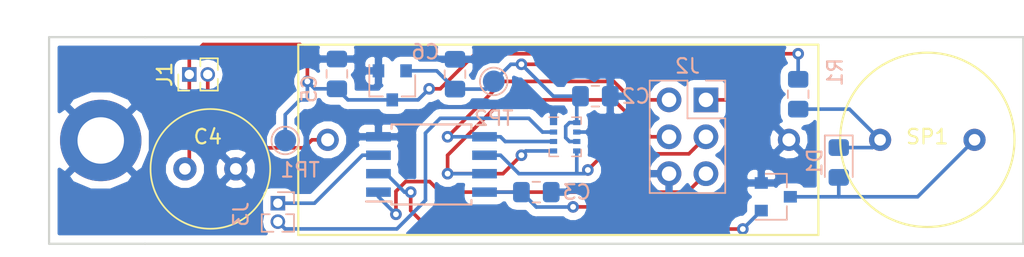
<source format=kicad_pcb>
(kicad_pcb (version 20171130) (host pcbnew "(5.0.2)-1")

  (general
    (thickness 1.6)
    (drawings 6)
    (tracks 129)
    (zones 0)
    (modules 19)
    (nets 14)
  )

  (page A4)
  (title_block
    (title Altimeter)
    (date 2019-06-11)
    (rev 0.1)
    (comment 1 "Juan Salazar")
  )

  (layers
    (0 F.Cu signal)
    (31 B.Cu signal)
    (32 B.Adhes user)
    (33 F.Adhes user)
    (34 B.Paste user hide)
    (35 F.Paste user)
    (36 B.SilkS user)
    (37 F.SilkS user)
    (38 B.Mask user)
    (39 F.Mask user)
    (40 Dwgs.User user)
    (41 Cmts.User user)
    (42 Eco1.User user)
    (43 Eco2.User user)
    (44 Edge.Cuts user)
    (45 Margin user)
    (46 B.CrtYd user)
    (47 F.CrtYd user)
    (48 B.Fab user)
    (49 F.Fab user)
  )

  (setup
    (last_trace_width 0.25)
    (trace_clearance 0.2)
    (zone_clearance 0.508)
    (zone_45_only no)
    (trace_min 0.127)
    (segment_width 0.2)
    (edge_width 0.15)
    (via_size 0.8)
    (via_drill 0.4)
    (via_min_size 0.4)
    (via_min_drill 0.3)
    (uvia_size 0.3)
    (uvia_drill 0.1)
    (uvias_allowed no)
    (uvia_min_size 0.2)
    (uvia_min_drill 0.1)
    (pcb_text_width 0.3)
    (pcb_text_size 1.5 1.5)
    (mod_edge_width 0.15)
    (mod_text_size 1 1)
    (mod_text_width 0.15)
    (pad_size 5.6 5.6)
    (pad_drill 3.2)
    (pad_to_mask_clearance 0.051)
    (solder_mask_min_width 0.25)
    (aux_axis_origin 0 0)
    (visible_elements 7FFFFFFF)
    (pcbplotparams
      (layerselection 0x010fc_ffffffff)
      (usegerberextensions false)
      (usegerberattributes false)
      (usegerberadvancedattributes false)
      (creategerberjobfile false)
      (excludeedgelayer true)
      (linewidth 0.100000)
      (plotframeref false)
      (viasonmask false)
      (mode 1)
      (useauxorigin false)
      (hpglpennumber 1)
      (hpglpenspeed 20)
      (hpglpendiameter 15.000000)
      (psnegative false)
      (psa4output false)
      (plotreference true)
      (plotvalue true)
      (plotinvisibletext false)
      (padsonsilk false)
      (subtractmaskfromsilk false)
      (outputformat 1)
      (mirror false)
      (drillshape 0)
      (scaleselection 1)
      (outputdirectory "October_12_Outputs/"))
  )

  (net 0 "")
  (net 1 +3V3)
  (net 2 GND)
  (net 3 +12V)
  (net 4 "Net-(J1-Pad2)")
  (net 5 MOSI)
  (net 6 MISO)
  (net 7 SCLK)
  (net 8 VGS)
  (net 9 "Net-(D1-Pad2)")
  (net 10 "Net-(D1-Pad1)")
  (net 11 RESET)
  (net 12 "Net-(J3-Pad1)")
  (net 13 "Net-(J3-Pad2)")

  (net_class Default "This is the default net class."
    (clearance 0.2)
    (trace_width 0.25)
    (via_dia 0.8)
    (via_drill 0.4)
    (uvia_dia 0.3)
    (uvia_drill 0.1)
    (add_net +12V)
    (add_net +3V3)
    (add_net GND)
    (add_net MISO)
    (add_net MOSI)
    (add_net "Net-(D1-Pad1)")
    (add_net "Net-(D1-Pad2)")
    (add_net "Net-(J1-Pad2)")
    (add_net "Net-(J3-Pad1)")
    (add_net "Net-(J3-Pad2)")
    (add_net RESET)
    (add_net SCLK)
    (add_net VGS)
  )

  (module Connector_PinHeader_1.27mm:PinHeader_1x02_P1.27mm_Vertical (layer B.Cu) (tedit 5D45DB7B) (tstamp 5D4808D8)
    (at 120.396 102.362 180)
    (descr "Through hole straight pin header, 1x02, 1.27mm pitch, single row")
    (tags "Through hole pin header THT 1x02 1.27mm single row")
    (path /5D45E1A8)
    (fp_text reference J3 (at 2.54 -0.762 270) (layer B.SilkS)
      (effects (font (size 1 1) (thickness 0.15)) (justify mirror))
    )
    (fp_text value "CS Switch" (at 0 -2.965 180) (layer B.Fab) hide
      (effects (font (size 1 1) (thickness 0.15)) (justify mirror))
    )
    (fp_text user %R (at -2.032 -0.762 90) (layer B.Fab)
      (effects (font (size 1 1) (thickness 0.15)) (justify mirror))
    )
    (fp_line (start 1.55 1.15) (end -1.55 1.15) (layer B.CrtYd) (width 0.05))
    (fp_line (start 1.55 -2.45) (end 1.55 1.15) (layer B.CrtYd) (width 0.05))
    (fp_line (start -1.55 -2.45) (end 1.55 -2.45) (layer B.CrtYd) (width 0.05))
    (fp_line (start -1.55 1.15) (end -1.55 -2.45) (layer B.CrtYd) (width 0.05))
    (fp_line (start -1.11 0.76) (end 0 0.76) (layer B.SilkS) (width 0.12))
    (fp_line (start -1.11 0) (end -1.11 0.76) (layer B.SilkS) (width 0.12))
    (fp_line (start 0.563471 -0.76) (end 1.11 -0.76) (layer B.SilkS) (width 0.12))
    (fp_line (start -1.11 -0.76) (end -0.563471 -0.76) (layer B.SilkS) (width 0.12))
    (fp_line (start 1.11 -0.76) (end 1.11 -1.965) (layer B.SilkS) (width 0.12))
    (fp_line (start -1.11 -0.76) (end -1.11 -1.965) (layer B.SilkS) (width 0.12))
    (fp_line (start 0.30753 -1.965) (end 1.11 -1.965) (layer B.SilkS) (width 0.12))
    (fp_line (start -1.11 -1.965) (end -0.30753 -1.965) (layer B.SilkS) (width 0.12))
    (fp_line (start -1.05 0.11) (end -0.525 0.635) (layer B.Fab) (width 0.1))
    (fp_line (start -1.05 -1.905) (end -1.05 0.11) (layer B.Fab) (width 0.1))
    (fp_line (start 1.05 -1.905) (end -1.05 -1.905) (layer B.Fab) (width 0.1))
    (fp_line (start 1.05 0.635) (end 1.05 -1.905) (layer B.Fab) (width 0.1))
    (fp_line (start -0.525 0.635) (end 1.05 0.635) (layer B.Fab) (width 0.1))
    (pad 2 thru_hole oval (at 0 -1.27 180) (size 1 1) (drill 0.65) (layers *.Cu *.Mask)
      (net 13 "Net-(J3-Pad2)"))
    (pad 1 thru_hole rect (at 0 0 180) (size 1 1) (drill 0.65) (layers *.Cu *.Mask)
      (net 12 "Net-(J3-Pad1)"))
    (model ${KISYS3DMOD}/Connector_PinHeader_1.27mm.3dshapes/PinHeader_1x02_P1.27mm_Vertical.wrl
      (at (xyz 0 0 0))
      (scale (xyz 1 1 1))
      (rotate (xyz 0 0 0))
    )
  )

  (module "TARC Altimeter:A23_Socket" (layer F.Cu) (tedit 5CFF01F7) (tstamp 5CFDFF94)
    (at 139.7 98)
    (path /5CB93965)
    (fp_text reference U1 (at 0 -5.08) (layer F.SilkS) hide
      (effects (font (size 1 1) (thickness 0.15)))
    )
    (fp_text value A23_Socket (at 0 -6.85) (layer F.Fab)
      (effects (font (size 1 1) (thickness 0.15)))
    )
    (fp_line (start -17.9 -6.55) (end 17.9 -6.55) (layer F.SilkS) (width 0.15))
    (fp_line (start -17.9 6.55) (end -17.9 -6.55) (layer F.SilkS) (width 0.15))
    (fp_line (start 17.9 6.55) (end -17.9 6.55) (layer F.SilkS) (width 0.15))
    (fp_line (start 17.9 -6.55) (end 17.9 6.55) (layer F.SilkS) (width 0.15))
    (pad 2 thru_hole circle (at 15.875 0) (size 1.524 1.524) (drill 0.9) (layers *.Cu *.Mask)
      (net 2 GND))
    (pad 1 thru_hole circle (at -15.875 0) (size 1.524 1.524) (drill 0.9) (layers *.Cu *.Mask)
      (net 4 "Net-(J1-Pad2)"))
  )

  (module Capacitor_SMD:C_0805_2012Metric_Pad1.15x1.40mm_HandSolder (layer B.Cu) (tedit 5CFDD1F6) (tstamp 5D0078F6)
    (at 138.185 101.6)
    (descr "Capacitor SMD 0805 (2012 Metric), square (rectangular) end terminal, IPC_7351 nominal with elongated pad for handsoldering. (Body size source: https://docs.google.com/spreadsheets/d/1BsfQQcO9C6DZCsRaXUlFlo91Tg2WpOkGARC1WS5S8t0/edit?usp=sharing), generated with kicad-footprint-generator")
    (tags "capacitor handsolder")
    (path /5CB5D97F)
    (attr smd)
    (fp_text reference C3 (at 2.785 0) (layer B.SilkS)
      (effects (font (size 1 1) (thickness 0.15)) (justify mirror))
    )
    (fp_text value 2.2uF (at 2.785 0 90) (layer B.Fab) hide
      (effects (font (size 1 1) (thickness 0.15)) (justify mirror))
    )
    (fp_line (start -1 -0.6) (end -1 0.6) (layer B.Fab) (width 0.1))
    (fp_line (start -1 0.6) (end 1 0.6) (layer B.Fab) (width 0.1))
    (fp_line (start 1 0.6) (end 1 -0.6) (layer B.Fab) (width 0.1))
    (fp_line (start 1 -0.6) (end -1 -0.6) (layer B.Fab) (width 0.1))
    (fp_line (start -0.261252 0.71) (end 0.261252 0.71) (layer B.SilkS) (width 0.12))
    (fp_line (start -0.261252 -0.71) (end 0.261252 -0.71) (layer B.SilkS) (width 0.12))
    (fp_line (start -1.85 -0.95) (end -1.85 0.95) (layer B.CrtYd) (width 0.05))
    (fp_line (start -1.85 0.95) (end 1.85 0.95) (layer B.CrtYd) (width 0.05))
    (fp_line (start 1.85 0.95) (end 1.85 -0.95) (layer B.CrtYd) (width 0.05))
    (fp_line (start 1.85 -0.95) (end -1.85 -0.95) (layer B.CrtYd) (width 0.05))
    (fp_text user %R (at 0 0) (layer B.Fab)
      (effects (font (size 0.5 0.5) (thickness 0.08)) (justify mirror))
    )
    (pad 1 smd roundrect (at -1.025 0) (size 1.15 1.4) (layers B.Cu B.Paste B.Mask) (roundrect_rratio 0.217391)
      (net 1 +3V3))
    (pad 2 smd roundrect (at 1.025 0) (size 1.15 1.4) (layers B.Cu B.Paste B.Mask) (roundrect_rratio 0.217391)
      (net 2 GND))
    (model ${KISYS3DMOD}/Capacitor_SMD.3dshapes/C_0805_2012Metric.wrl
      (at (xyz 0 0 0))
      (scale (xyz 1 1 1))
      (rotate (xyz 0 0 0))
    )
  )

  (module Package_SO:SOIJ-8_5.3x5.3mm_P1.27mm (layer B.Cu) (tedit 5D007B43) (tstamp 5D007A9E)
    (at 130.97 99.695)
    (descr "8-Lead Plastic Small Outline (SM) - Medium, 5.28 mm Body [SOIC] (see Microchip Packaging Specification 00000049BS.pdf)")
    (tags "SOIC 1.27")
    (path /5CB994CC)
    (attr smd)
    (fp_text reference U2 (at 0 3.68) (layer B.SilkS) hide
      (effects (font (size 1 1) (thickness 0.15)) (justify mirror))
    )
    (fp_text value ATtiny85-20SU (at 0 -3.68) (layer B.Fab) hide
      (effects (font (size 1 1) (thickness 0.15)) (justify mirror))
    )
    (fp_text user %R (at 0 0) (layer B.Fab)
      (effects (font (size 1 1) (thickness 0.15)) (justify mirror))
    )
    (fp_line (start -1.65 2.65) (end 2.65 2.65) (layer B.Fab) (width 0.15))
    (fp_line (start 2.65 2.65) (end 2.65 -2.65) (layer B.Fab) (width 0.15))
    (fp_line (start 2.65 -2.65) (end -2.65 -2.65) (layer B.Fab) (width 0.15))
    (fp_line (start -2.65 -2.65) (end -2.65 1.65) (layer B.Fab) (width 0.15))
    (fp_line (start -2.65 1.65) (end -1.65 2.65) (layer B.Fab) (width 0.15))
    (fp_line (start -4.75 2.95) (end -4.75 -2.95) (layer B.CrtYd) (width 0.05))
    (fp_line (start 4.75 2.95) (end 4.75 -2.95) (layer B.CrtYd) (width 0.05))
    (fp_line (start -4.75 2.95) (end 4.75 2.95) (layer B.CrtYd) (width 0.05))
    (fp_line (start -4.75 -2.95) (end 4.75 -2.95) (layer B.CrtYd) (width 0.05))
    (fp_line (start -2.75 2.755) (end -2.75 2.55) (layer B.SilkS) (width 0.15))
    (fp_line (start 2.75 2.755) (end 2.75 2.455) (layer B.SilkS) (width 0.15))
    (fp_line (start 2.75 -2.755) (end 2.75 -2.455) (layer B.SilkS) (width 0.15))
    (fp_line (start -2.75 -2.755) (end -2.75 -2.455) (layer B.SilkS) (width 0.15))
    (fp_line (start -2.75 2.755) (end 2.75 2.755) (layer B.SilkS) (width 0.15))
    (fp_line (start -2.75 -2.755) (end 2.75 -2.755) (layer B.SilkS) (width 0.15))
    (fp_line (start -2.75 2.55) (end -4.5 2.55) (layer B.SilkS) (width 0.15))
    (pad 1 smd rect (at -3.65 1.905) (size 1.7 0.65) (layers B.Cu B.Paste B.Mask)
      (net 11 RESET))
    (pad 2 smd rect (at -3.65 0.635) (size 1.7 0.65) (layers B.Cu B.Paste B.Mask)
      (net 8 VGS))
    (pad 3 smd rect (at -3.65 -0.635) (size 1.7 0.65) (layers B.Cu B.Paste B.Mask)
      (net 12 "Net-(J3-Pad1)"))
    (pad 4 smd rect (at -3.65 -1.905) (size 1.7 0.65) (layers B.Cu B.Paste B.Mask)
      (net 2 GND))
    (pad 5 smd rect (at 3.65 -1.905) (size 1.7 0.65) (layers B.Cu B.Paste B.Mask)
      (net 5 MOSI))
    (pad 6 smd rect (at 3.65 -0.635) (size 1.7 0.65) (layers B.Cu B.Paste B.Mask)
      (net 6 MISO))
    (pad 7 smd rect (at 3.65 0.635) (size 1.7 0.65) (layers B.Cu B.Paste B.Mask)
      (net 7 SCLK))
    (pad 8 smd rect (at 3.65 1.905) (size 1.7 0.65) (layers B.Cu B.Paste B.Mask)
      (net 1 +3V3))
    (model ${KISYS3DMOD}/Package_SO.3dshapes/SOIJ-8_5.3x5.3mm_P1.27mm.wrl
      (at (xyz 0 0 0))
      (scale (xyz 1 1 1))
      (rotate (xyz 0 0 0))
    )
  )

  (module Capacitor_THT:C_Radial_D8.0mm_H7.0mm_P3.50mm (layer F.Cu) (tedit 5BC5C9B9) (tstamp 5CF8EF5C)
    (at 114 100)
    (descr "C, Radial series, Radial, pin pitch=3.50mm, diameter=8mm, height=7mm, Non-Polar Electrolytic Capacitor")
    (tags "C Radial series Radial pin pitch 3.50mm diameter 8mm height 7mm Non-Polar Electrolytic Capacitor")
    (path /5C96EF4A)
    (fp_text reference C4 (at 1.57 -2.21) (layer F.SilkS)
      (effects (font (size 1 1) (thickness 0.15)))
    )
    (fp_text value "470 uF" (at 1.75 5.25) (layer F.Fab)
      (effects (font (size 1 1) (thickness 0.15)))
    )
    (fp_text user %R (at 1.75 0) (layer F.Fab)
      (effects (font (size 1 1) (thickness 0.15)))
    )
    (fp_circle (center 1.75 0) (end 6 0) (layer F.CrtYd) (width 0.05))
    (fp_circle (center 1.75 0) (end 5.87 0) (layer F.SilkS) (width 0.12))
    (fp_circle (center 1.75 0) (end 5.75 0) (layer F.Fab) (width 0.1))
    (pad 2 thru_hole circle (at 3.5 0) (size 1.6 1.6) (drill 0.8) (layers *.Cu *.Mask)
      (net 2 GND))
    (pad 1 thru_hole circle (at 0 0) (size 1.6 1.6) (drill 0.8) (layers *.Cu *.Mask)
      (net 3 +12V))
    (model ${KISYS3DMOD}/Capacitor_THT.3dshapes/C_Radial_D8.0mm_H7.0mm_P3.50mm.wrl
      (at (xyz 0 0 0))
      (scale (xyz 1 1 1))
      (rotate (xyz 0 0 0))
    )
  )

  (module Capacitor_SMD:C_0805_2012Metric_Pad1.15x1.40mm_HandSolder (layer B.Cu) (tedit 5B36C52B) (tstamp 5D586F52)
    (at 142.249 94.996)
    (descr "Capacitor SMD 0805 (2012 Metric), square (rectangular) end terminal, IPC_7351 nominal with elongated pad for handsoldering. (Body size source: https://docs.google.com/spreadsheets/d/1BsfQQcO9C6DZCsRaXUlFlo91Tg2WpOkGARC1WS5S8t0/edit?usp=sharing), generated with kicad-footprint-generator")
    (tags "capacitor handsolder")
    (path /5CEB37F0)
    (attr smd)
    (fp_text reference C2 (at 2.785 0) (layer B.SilkS)
      (effects (font (size 1 1) (thickness 0.15)) (justify mirror))
    )
    (fp_text value 2.2uF (at 0 -1.65) (layer B.Fab)
      (effects (font (size 1 1) (thickness 0.15)) (justify mirror))
    )
    (fp_line (start -1 -0.6) (end -1 0.6) (layer B.Fab) (width 0.1))
    (fp_line (start -1 0.6) (end 1 0.6) (layer B.Fab) (width 0.1))
    (fp_line (start 1 0.6) (end 1 -0.6) (layer B.Fab) (width 0.1))
    (fp_line (start 1 -0.6) (end -1 -0.6) (layer B.Fab) (width 0.1))
    (fp_line (start -0.261252 0.71) (end 0.261252 0.71) (layer B.SilkS) (width 0.12))
    (fp_line (start -0.261252 -0.71) (end 0.261252 -0.71) (layer B.SilkS) (width 0.12))
    (fp_line (start -1.85 -0.95) (end -1.85 0.95) (layer B.CrtYd) (width 0.05))
    (fp_line (start -1.85 0.95) (end 1.85 0.95) (layer B.CrtYd) (width 0.05))
    (fp_line (start 1.85 0.95) (end 1.85 -0.95) (layer B.CrtYd) (width 0.05))
    (fp_line (start 1.85 -0.95) (end -1.85 -0.95) (layer B.CrtYd) (width 0.05))
    (fp_text user %R (at 0 0) (layer B.Fab)
      (effects (font (size 0.5 0.5) (thickness 0.08)) (justify mirror))
    )
    (pad 1 smd roundrect (at -1.025 0) (size 1.15 1.4) (layers B.Cu B.Paste B.Mask) (roundrect_rratio 0.217391)
      (net 1 +3V3))
    (pad 2 smd roundrect (at 1.025 0) (size 1.15 1.4) (layers B.Cu B.Paste B.Mask) (roundrect_rratio 0.217391)
      (net 2 GND))
    (model ${KISYS3DMOD}/Capacitor_SMD.3dshapes/C_0805_2012Metric.wrl
      (at (xyz 0 0 0))
      (scale (xyz 1 1 1))
      (rotate (xyz 0 0 0))
    )
  )

  (module Capacitor_SMD:C_0805_2012Metric_Pad1.15x1.40mm_HandSolder (layer B.Cu) (tedit 5CFDD1F0) (tstamp 5D58736B)
    (at 124.46 93.463 90)
    (descr "Capacitor SMD 0805 (2012 Metric), square (rectangular) end terminal, IPC_7351 nominal with elongated pad for handsoldering. (Body size source: https://docs.google.com/spreadsheets/d/1BsfQQcO9C6DZCsRaXUlFlo91Tg2WpOkGARC1WS5S8t0/edit?usp=sharing), generated with kicad-footprint-generator")
    (tags "capacitor handsolder")
    (path /5CF2DBF3)
    (attr smd)
    (fp_text reference C5 (at -1.025 -1.905 90) (layer B.SilkS)
      (effects (font (size 1 1) (thickness 0.15)) (justify mirror))
    )
    (fp_text value 1uF (at 2.54 0 180) (layer B.Fab) hide
      (effects (font (size 1 1) (thickness 0.15)) (justify mirror))
    )
    (fp_line (start -1 -0.6) (end -1 0.6) (layer B.Fab) (width 0.1))
    (fp_line (start -1 0.6) (end 1 0.6) (layer B.Fab) (width 0.1))
    (fp_line (start 1 0.6) (end 1 -0.6) (layer B.Fab) (width 0.1))
    (fp_line (start 1 -0.6) (end -1 -0.6) (layer B.Fab) (width 0.1))
    (fp_line (start -0.261252 0.71) (end 0.261252 0.71) (layer B.SilkS) (width 0.12))
    (fp_line (start -0.261252 -0.71) (end 0.261252 -0.71) (layer B.SilkS) (width 0.12))
    (fp_line (start -1.85 -0.95) (end -1.85 0.95) (layer B.CrtYd) (width 0.05))
    (fp_line (start -1.85 0.95) (end 1.85 0.95) (layer B.CrtYd) (width 0.05))
    (fp_line (start 1.85 0.95) (end 1.85 -0.95) (layer B.CrtYd) (width 0.05))
    (fp_line (start 1.85 -0.95) (end -1.85 -0.95) (layer B.CrtYd) (width 0.05))
    (fp_text user %R (at 0 0 90) (layer B.Fab)
      (effects (font (size 0.5 0.5) (thickness 0.08)) (justify mirror))
    )
    (pad 1 smd roundrect (at -1.025 0 90) (size 1.15 1.4) (layers B.Cu B.Paste B.Mask) (roundrect_rratio 0.217391)
      (net 3 +12V))
    (pad 2 smd roundrect (at 1.025 0 90) (size 1.15 1.4) (layers B.Cu B.Paste B.Mask) (roundrect_rratio 0.217391)
      (net 2 GND))
    (model ${KISYS3DMOD}/Capacitor_SMD.3dshapes/C_0805_2012Metric.wrl
      (at (xyz 0 0 0))
      (scale (xyz 1 1 1))
      (rotate (xyz 0 0 0))
    )
  )

  (module Capacitor_SMD:C_0805_2012Metric_Pad1.15x1.40mm_HandSolder (layer B.Cu) (tedit 5B36C52B) (tstamp 5D58712D)
    (at 132.588 93.481 90)
    (descr "Capacitor SMD 0805 (2012 Metric), square (rectangular) end terminal, IPC_7351 nominal with elongated pad for handsoldering. (Body size source: https://docs.google.com/spreadsheets/d/1BsfQQcO9C6DZCsRaXUlFlo91Tg2WpOkGARC1WS5S8t0/edit?usp=sharing), generated with kicad-footprint-generator")
    (tags "capacitor handsolder")
    (path /5CB97227)
    (attr smd)
    (fp_text reference C6 (at 1.533 -2.032 180) (layer B.SilkS)
      (effects (font (size 1 1) (thickness 0.15)) (justify mirror))
    )
    (fp_text value "2.2 uF" (at 0 -1.65 90) (layer B.Fab)
      (effects (font (size 1 1) (thickness 0.15)) (justify mirror))
    )
    (fp_text user %R (at 0 0 90) (layer B.Fab)
      (effects (font (size 0.5 0.5) (thickness 0.08)) (justify mirror))
    )
    (fp_line (start 1.85 -0.95) (end -1.85 -0.95) (layer B.CrtYd) (width 0.05))
    (fp_line (start 1.85 0.95) (end 1.85 -0.95) (layer B.CrtYd) (width 0.05))
    (fp_line (start -1.85 0.95) (end 1.85 0.95) (layer B.CrtYd) (width 0.05))
    (fp_line (start -1.85 -0.95) (end -1.85 0.95) (layer B.CrtYd) (width 0.05))
    (fp_line (start -0.261252 -0.71) (end 0.261252 -0.71) (layer B.SilkS) (width 0.12))
    (fp_line (start -0.261252 0.71) (end 0.261252 0.71) (layer B.SilkS) (width 0.12))
    (fp_line (start 1 -0.6) (end -1 -0.6) (layer B.Fab) (width 0.1))
    (fp_line (start 1 0.6) (end 1 -0.6) (layer B.Fab) (width 0.1))
    (fp_line (start -1 0.6) (end 1 0.6) (layer B.Fab) (width 0.1))
    (fp_line (start -1 -0.6) (end -1 0.6) (layer B.Fab) (width 0.1))
    (pad 2 smd roundrect (at 1.025 0 90) (size 1.15 1.4) (layers B.Cu B.Paste B.Mask) (roundrect_rratio 0.217391)
      (net 2 GND))
    (pad 1 smd roundrect (at -1.025 0 90) (size 1.15 1.4) (layers B.Cu B.Paste B.Mask) (roundrect_rratio 0.217391)
      (net 1 +3V3))
    (model ${KISYS3DMOD}/Capacitor_SMD.3dshapes/C_0805_2012Metric.wrl
      (at (xyz 0 0 0))
      (scale (xyz 1 1 1))
      (rotate (xyz 0 0 0))
    )
  )

  (module Package_TO_SOT_SMD:SOT-23 (layer B.Cu) (tedit 5CFF041F) (tstamp 5D0076C4)
    (at 154.67 101.92)
    (descr "SOT-23, Standard")
    (tags SOT-23)
    (path /5CB81903)
    (attr smd)
    (fp_text reference Q1 (at 0 2.5) (layer B.SilkS) hide
      (effects (font (size 1 1) (thickness 0.15)) (justify mirror))
    )
    (fp_text value Q_NMOS_GSD (at 0 -2.5) (layer B.Fab) hide
      (effects (font (size 1 1) (thickness 0.15)) (justify mirror))
    )
    (fp_text user %R (at 0 0 -90) (layer B.Fab)
      (effects (font (size 0.5 0.5) (thickness 0.075)) (justify mirror))
    )
    (fp_line (start -0.7 0.95) (end -0.7 -1.5) (layer B.Fab) (width 0.1))
    (fp_line (start -0.15 1.52) (end 0.7 1.52) (layer B.Fab) (width 0.1))
    (fp_line (start -0.7 0.95) (end -0.15 1.52) (layer B.Fab) (width 0.1))
    (fp_line (start 0.7 1.52) (end 0.7 -1.52) (layer B.Fab) (width 0.1))
    (fp_line (start -0.7 -1.52) (end 0.7 -1.52) (layer B.Fab) (width 0.1))
    (fp_line (start 0.76 -1.58) (end 0.76 -0.65) (layer B.SilkS) (width 0.12))
    (fp_line (start 0.76 1.58) (end 0.76 0.65) (layer B.SilkS) (width 0.12))
    (fp_line (start -1.7 1.75) (end 1.7 1.75) (layer B.CrtYd) (width 0.05))
    (fp_line (start 1.7 1.75) (end 1.7 -1.75) (layer B.CrtYd) (width 0.05))
    (fp_line (start 1.7 -1.75) (end -1.7 -1.75) (layer B.CrtYd) (width 0.05))
    (fp_line (start -1.7 -1.75) (end -1.7 1.75) (layer B.CrtYd) (width 0.05))
    (fp_line (start 0.76 1.58) (end -1.4 1.58) (layer B.SilkS) (width 0.12))
    (fp_line (start 0.76 -1.58) (end -0.7 -1.58) (layer B.SilkS) (width 0.12))
    (pad 1 smd rect (at -1 0.95) (size 0.9 0.8) (layers B.Cu B.Paste B.Mask)
      (net 8 VGS))
    (pad 2 smd rect (at -1 -0.95) (size 0.9 0.8) (layers B.Cu B.Paste B.Mask)
      (net 2 GND))
    (pad 3 smd rect (at 1 0) (size 0.9 0.8) (layers B.Cu B.Paste B.Mask)
      (net 9 "Net-(D1-Pad2)"))
    (model ${KISYS3DMOD}/Package_TO_SOT_SMD.3dshapes/SOT-23.wrl
      (at (xyz 0 0 0))
      (scale (xyz 1 1 1))
      (rotate (xyz 0 0 0))
    )
  )

  (module Resistor_SMD:R_0805_2012Metric_Pad1.15x1.40mm_HandSolder (layer B.Cu) (tedit 5D065031) (tstamp 5D588A3D)
    (at 156.21 94.86 270)
    (descr "Resistor SMD 0805 (2012 Metric), square (rectangular) end terminal, IPC_7351 nominal with elongated pad for handsoldering. (Body size source: https://docs.google.com/spreadsheets/d/1BsfQQcO9C6DZCsRaXUlFlo91Tg2WpOkGARC1WS5S8t0/edit?usp=sharing), generated with kicad-footprint-generator")
    (tags "resistor handsolder")
    (path /5CB14465)
    (attr smd)
    (fp_text reference R1 (at -1.515 -2.54 270) (layer B.SilkS)
      (effects (font (size 1 1) (thickness 0.15)) (justify mirror))
    )
    (fp_text value "140 ohm" (at 0 -1.65 270) (layer B.Fab) hide
      (effects (font (size 1 1) (thickness 0.15)) (justify mirror))
    )
    (fp_line (start -1 -0.6) (end -1 0.6) (layer B.Fab) (width 0.1))
    (fp_line (start -1 0.6) (end 1 0.6) (layer B.Fab) (width 0.1))
    (fp_line (start 1 0.6) (end 1 -0.6) (layer B.Fab) (width 0.1))
    (fp_line (start 1 -0.6) (end -1 -0.6) (layer B.Fab) (width 0.1))
    (fp_line (start -0.261252 0.71) (end 0.261252 0.71) (layer B.SilkS) (width 0.12))
    (fp_line (start -0.261252 -0.71) (end 0.261252 -0.71) (layer B.SilkS) (width 0.12))
    (fp_line (start -1.85 -0.95) (end -1.85 0.95) (layer B.CrtYd) (width 0.05))
    (fp_line (start -1.85 0.95) (end 1.85 0.95) (layer B.CrtYd) (width 0.05))
    (fp_line (start 1.85 0.95) (end 1.85 -0.95) (layer B.CrtYd) (width 0.05))
    (fp_line (start 1.85 -0.95) (end -1.85 -0.95) (layer B.CrtYd) (width 0.05))
    (fp_text user %R (at 0 0 270) (layer B.Fab)
      (effects (font (size 0.5 0.5) (thickness 0.08)) (justify mirror))
    )
    (pad 1 smd roundrect (at -1.025 0 270) (size 1.15 1.4) (layers B.Cu B.Paste B.Mask) (roundrect_rratio 0.217391)
      (net 3 +12V))
    (pad 2 smd roundrect (at 1.025 0 270) (size 1.15 1.4) (layers B.Cu B.Paste B.Mask) (roundrect_rratio 0.217391)
      (net 10 "Net-(D1-Pad1)"))
    (model ${KISYS3DMOD}/Resistor_SMD.3dshapes/R_0805_2012Metric.wrl
      (at (xyz 0 0 0))
      (scale (xyz 1 1 1))
      (rotate (xyz 0 0 0))
    )
  )

  (module "TARC Altimeter:WT-1205" (layer F.Cu) (tedit 5CF31898) (tstamp 5CF8EFF4)
    (at 165.1 98)
    (path /5CB29159)
    (fp_text reference SP1 (at 0 -0.21) (layer F.SilkS)
      (effects (font (size 1 1) (thickness 0.15)))
    )
    (fp_text value MagSpeaker (at 0 -7.83) (layer B.Fab)
      (effects (font (size 1 1) (thickness 0.15)) (justify mirror))
    )
    (fp_circle (center 0 0) (end 6 0) (layer F.SilkS) (width 0.15))
    (pad 1 thru_hole circle (at -3.25 0) (size 1.524 1.524) (drill 0.8) (layers *.Cu *.Mask)
      (net 10 "Net-(D1-Pad1)"))
    (pad 2 thru_hole circle (at 3.25 0) (size 1.524 1.524) (drill 0.8) (layers *.Cu *.Mask)
      (net 9 "Net-(D1-Pad2)"))
  )

  (module TestPoint:TestPoint_Pad_D1.5mm (layer B.Cu) (tedit 5CFDD1E2) (tstamp 5D480D9A)
    (at 120.904 98.044)
    (descr "SMD pad as test Point, diameter 1.5mm")
    (tags "test point SMD pad")
    (path /5CF4E580)
    (attr virtual)
    (fp_text reference TP1 (at 1.016 2.032) (layer B.SilkS)
      (effects (font (size 1 1) (thickness 0.15)) (justify mirror))
    )
    (fp_text value TestPoint (at 0 -1.75) (layer B.Fab) hide
      (effects (font (size 1 1) (thickness 0.15)) (justify mirror))
    )
    (fp_text user %R (at 0 1.65) (layer B.Fab)
      (effects (font (size 1 1) (thickness 0.15)) (justify mirror))
    )
    (fp_circle (center 0 0) (end 1.25 0) (layer B.CrtYd) (width 0.05))
    (fp_circle (center 0 0) (end 0 -0.95) (layer B.SilkS) (width 0.12))
    (pad 1 smd circle (at 0 0) (size 1.5 1.5) (layers B.Cu B.Mask)
      (net 3 +12V))
  )

  (module TestPoint:TestPoint_Pad_D1.5mm (layer B.Cu) (tedit 5CFC8B16) (tstamp 5CFDE69B)
    (at 135.255 93.98)
    (descr "SMD pad as test Point, diameter 1.5mm")
    (tags "test point SMD pad")
    (path /5CB5D1F0)
    (attr virtual)
    (fp_text reference TP2 (at 0 2.54) (layer B.SilkS)
      (effects (font (size 1 1) (thickness 0.15)) (justify mirror))
    )
    (fp_text value TestPoint (at 0 -1.75) (layer B.Fab) hide
      (effects (font (size 1 1) (thickness 0.15)) (justify mirror))
    )
    (fp_text user %R (at 2.54 0) (layer B.Fab)
      (effects (font (size 1 1) (thickness 0.15)) (justify mirror))
    )
    (fp_circle (center 0 0) (end 1.25 0) (layer B.CrtYd) (width 0.05))
    (fp_circle (center 0 0) (end 0 -0.95) (layer B.SilkS) (width 0.12))
    (pad 1 smd circle (at 0 0) (size 1.5 1.5) (layers B.Cu B.Mask)
      (net 1 +3V3))
  )

  (module Package_TO_SOT_SMD:SOT-23 (layer B.Cu) (tedit 5CFDD29A) (tstamp 5D00865D)
    (at 128.27 94.25 270)
    (descr "SOT-23, Standard")
    (tags SOT-23)
    (path /5CB5BA2E)
    (attr smd)
    (fp_text reference U3 (at -2.81 0.32 270) (layer B.SilkS) hide
      (effects (font (size 1 1) (thickness 0.15)) (justify mirror))
    )
    (fp_text value AP2210-3.3 (at 0 -2.5 270) (layer B.Fab) hide
      (effects (font (size 1 1) (thickness 0.15)) (justify mirror))
    )
    (fp_text user %R (at 0 0 180) (layer B.Fab)
      (effects (font (size 0.5 0.5) (thickness 0.075)) (justify mirror))
    )
    (fp_line (start -0.7 0.95) (end -0.7 -1.5) (layer B.Fab) (width 0.1))
    (fp_line (start -0.15 1.52) (end 0.7 1.52) (layer B.Fab) (width 0.1))
    (fp_line (start -0.7 0.95) (end -0.15 1.52) (layer B.Fab) (width 0.1))
    (fp_line (start 0.7 1.52) (end 0.7 -1.52) (layer B.Fab) (width 0.1))
    (fp_line (start -0.7 -1.52) (end 0.7 -1.52) (layer B.Fab) (width 0.1))
    (fp_line (start 0.76 -1.58) (end 0.76 -0.65) (layer B.SilkS) (width 0.12))
    (fp_line (start 0.76 1.58) (end 0.76 0.65) (layer B.SilkS) (width 0.12))
    (fp_line (start -1.7 1.75) (end 1.7 1.75) (layer B.CrtYd) (width 0.05))
    (fp_line (start 1.7 1.75) (end 1.7 -1.75) (layer B.CrtYd) (width 0.05))
    (fp_line (start 1.7 -1.75) (end -1.7 -1.75) (layer B.CrtYd) (width 0.05))
    (fp_line (start -1.7 -1.75) (end -1.7 1.75) (layer B.CrtYd) (width 0.05))
    (fp_line (start 0.76 1.58) (end -1.4 1.58) (layer B.SilkS) (width 0.12))
    (fp_line (start 0.76 -1.58) (end -0.7 -1.58) (layer B.SilkS) (width 0.12))
    (pad 1 smd rect (at -1 0.95 270) (size 0.9 0.8) (layers B.Cu B.Paste B.Mask)
      (net 2 GND))
    (pad 2 smd rect (at -1 -0.95 270) (size 0.9 0.8) (layers B.Cu B.Paste B.Mask)
      (net 1 +3V3))
    (pad 3 smd rect (at 1 0 270) (size 0.9 0.8) (layers B.Cu B.Paste B.Mask)
      (net 3 +12V))
    (model ${KISYS3DMOD}/Package_TO_SOT_SMD.3dshapes/SOT-23.wrl
      (at (xyz 0 0 0))
      (scale (xyz 1 1 1))
      (rotate (xyz 0 0 0))
    )
  )

  (module Package_LGA:Bosch_LGA-8_2x2.5mm_P0.65mm_ClockwisePinNumbering locked (layer B.Cu) (tedit 5CFDD1D8) (tstamp 5D00746C)
    (at 140.17 97.79 270)
    (descr "LGA-8, https://ae-bst.resource.bosch.com/media/_tech/media/datasheets/BST-BMP280-DS001-18.pdf")
    (tags "lga land grid array")
    (path /5CEAD60E)
    (attr smd)
    (fp_text reference U4 (at 0 2.54 270) (layer B.SilkS) hide
      (effects (font (size 1 1) (thickness 0.15)) (justify mirror))
    )
    (fp_text value BMP280 (at 0 -3.1 270) (layer B.Fab) hide
      (effects (font (size 1 1) (thickness 0.15)) (justify mirror))
    )
    (fp_line (start -1.35 -1.1) (end -0.87 -1.1) (layer B.SilkS) (width 0.1))
    (fp_text user %R (at 0 0 270) (layer B.Fab)
      (effects (font (size 0.5 0.5) (thickness 0.075)) (justify mirror))
    )
    (fp_line (start -1.55 1.3) (end 1.55 1.3) (layer B.CrtYd) (width 0.05))
    (fp_line (start 1.55 1.3) (end 1.55 -1.3) (layer B.CrtYd) (width 0.05))
    (fp_line (start 1.55 -1.3) (end -1.55 -1.3) (layer B.CrtYd) (width 0.05))
    (fp_line (start -1.55 -1.3) (end -1.55 1.3) (layer B.CrtYd) (width 0.05))
    (fp_line (start -1.25 -1) (end 1.25 -1) (layer B.Fab) (width 0.1))
    (fp_line (start 1.25 1) (end 1.25 -1) (layer B.Fab) (width 0.1))
    (fp_line (start 1.25 1) (end -1 1) (layer B.Fab) (width 0.1))
    (fp_line (start -1 1) (end -1.25 0.75) (layer B.Fab) (width 0.1))
    (fp_line (start -1.25 -1) (end -1.25 0.75) (layer B.Fab) (width 0.1))
    (fp_line (start 0.87 -1.1) (end 1.35 -1.1) (layer B.SilkS) (width 0.1))
    (fp_line (start 1.35 -1.1) (end 1.35 -0.46) (layer B.SilkS) (width 0.1))
    (fp_line (start -1.35 -1.1) (end -1.35 -0.46) (layer B.SilkS) (width 0.1))
    (fp_line (start 1.35 0.46) (end 1.35 1.1) (layer B.SilkS) (width 0.1))
    (fp_line (start 0.87 1.1) (end 1.35 1.1) (layer B.SilkS) (width 0.1))
    (fp_line (start -1.35 0.46) (end -1.35 1.1) (layer B.SilkS) (width 0.1))
    (pad 1 smd rect (at -0.975 0.8 180) (size 0.5 0.35) (layers B.Cu B.Paste B.Mask)
      (net 2 GND))
    (pad 5 smd rect (at 0.975 -0.8 180) (size 0.5 0.35) (layers B.Cu B.Paste B.Mask)
      (net 6 MISO))
    (pad 6 smd rect (at 0.325 -0.8 180) (size 0.5 0.35) (layers B.Cu B.Paste B.Mask)
      (net 1 +3V3))
    (pad 7 smd rect (at -0.325 -0.8 180) (size 0.5 0.35) (layers B.Cu B.Paste B.Mask)
      (net 2 GND))
    (pad 4 smd rect (at 0.975 0.8 180) (size 0.5 0.35) (layers B.Cu B.Paste B.Mask)
      (net 7 SCLK))
    (pad 3 smd rect (at 0.325 0.8 180) (size 0.5 0.35) (layers B.Cu B.Paste B.Mask)
      (net 5 MOSI))
    (pad 2 smd rect (at -0.325 0.8 180) (size 0.5 0.35) (layers B.Cu B.Paste B.Mask)
      (net 13 "Net-(J3-Pad2)"))
    (pad 8 smd rect (at -0.975 -0.8 180) (size 0.5 0.35) (layers B.Cu B.Paste B.Mask)
      (net 1 +3V3))
    (model ${KISYS3DMOD}/Package_LGA.3dshapes/Bosch_LGA-8_2x2.5mm_P0.65mm_ClockwisePinNumbering.wrl
      (at (xyz 0 0 0))
      (scale (xyz 1 1 1))
      (rotate (xyz 0 0 0))
    )
  )

  (module Diode_SMD:D_0805_2012Metric_Pad1.15x1.40mm_HandSolder (layer B.Cu) (tedit 5B4B45C8) (tstamp 5D374120)
    (at 159.004 99.559 270)
    (descr "Diode SMD 0805 (2012 Metric), square (rectangular) end terminal, IPC_7351 nominal, (Body size source: https://docs.google.com/spreadsheets/d/1BsfQQcO9C6DZCsRaXUlFlo91Tg2WpOkGARC1WS5S8t0/edit?usp=sharing), generated with kicad-footprint-generator")
    (tags "diode handsolder")
    (path /5D366BB9)
    (attr smd)
    (fp_text reference D1 (at 0 1.65 270) (layer B.SilkS)
      (effects (font (size 1 1) (thickness 0.15)) (justify mirror))
    )
    (fp_text value D (at 0 -1.65 270) (layer B.Fab)
      (effects (font (size 1 1) (thickness 0.15)) (justify mirror))
    )
    (fp_line (start 1 0.6) (end -0.7 0.6) (layer B.Fab) (width 0.1))
    (fp_line (start -0.7 0.6) (end -1 0.3) (layer B.Fab) (width 0.1))
    (fp_line (start -1 0.3) (end -1 -0.6) (layer B.Fab) (width 0.1))
    (fp_line (start -1 -0.6) (end 1 -0.6) (layer B.Fab) (width 0.1))
    (fp_line (start 1 -0.6) (end 1 0.6) (layer B.Fab) (width 0.1))
    (fp_line (start 1 0.96) (end -1.86 0.96) (layer B.SilkS) (width 0.12))
    (fp_line (start -1.86 0.96) (end -1.86 -0.96) (layer B.SilkS) (width 0.12))
    (fp_line (start -1.86 -0.96) (end 1 -0.96) (layer B.SilkS) (width 0.12))
    (fp_line (start -1.85 -0.95) (end -1.85 0.95) (layer B.CrtYd) (width 0.05))
    (fp_line (start -1.85 0.95) (end 1.85 0.95) (layer B.CrtYd) (width 0.05))
    (fp_line (start 1.85 0.95) (end 1.85 -0.95) (layer B.CrtYd) (width 0.05))
    (fp_line (start 1.85 -0.95) (end -1.85 -0.95) (layer B.CrtYd) (width 0.05))
    (fp_text user %R (at 0 0 270) (layer B.Fab)
      (effects (font (size 0.5 0.5) (thickness 0.08)) (justify mirror))
    )
    (pad 1 smd roundrect (at -1.025 0 270) (size 1.15 1.4) (layers B.Cu B.Paste B.Mask) (roundrect_rratio 0.217391)
      (net 10 "Net-(D1-Pad1)"))
    (pad 2 smd roundrect (at 1.025 0 270) (size 1.15 1.4) (layers B.Cu B.Paste B.Mask) (roundrect_rratio 0.217391)
      (net 9 "Net-(D1-Pad2)"))
    (model ${KISYS3DMOD}/Diode_SMD.3dshapes/D_0805_2012Metric.wrl
      (at (xyz 0 0 0))
      (scale (xyz 1 1 1))
      (rotate (xyz 0 0 0))
    )
  )

  (module Connector_PinHeader_2.54mm:PinHeader_2x03_P2.54mm_Vertical (layer B.Cu) (tedit 59FED5CC) (tstamp 5D48076D)
    (at 149.86 95.25 180)
    (descr "Through hole straight pin header, 2x03, 2.54mm pitch, double rows")
    (tags "Through hole pin header THT 2x03 2.54mm double row")
    (path /5CECEA12)
    (fp_text reference J2 (at 1.27 2.33 180) (layer B.SilkS)
      (effects (font (size 1 1) (thickness 0.15)) (justify mirror))
    )
    (fp_text value "Programmer Breakout (Conn_01x06)" (at 1.27 -7.41 180) (layer B.Fab)
      (effects (font (size 1 1) (thickness 0.15)) (justify mirror))
    )
    (fp_line (start 0 1.27) (end 3.81 1.27) (layer B.Fab) (width 0.1))
    (fp_line (start 3.81 1.27) (end 3.81 -6.35) (layer B.Fab) (width 0.1))
    (fp_line (start 3.81 -6.35) (end -1.27 -6.35) (layer B.Fab) (width 0.1))
    (fp_line (start -1.27 -6.35) (end -1.27 0) (layer B.Fab) (width 0.1))
    (fp_line (start -1.27 0) (end 0 1.27) (layer B.Fab) (width 0.1))
    (fp_line (start -1.33 -6.41) (end 3.87 -6.41) (layer B.SilkS) (width 0.12))
    (fp_line (start -1.33 -1.27) (end -1.33 -6.41) (layer B.SilkS) (width 0.12))
    (fp_line (start 3.87 1.33) (end 3.87 -6.41) (layer B.SilkS) (width 0.12))
    (fp_line (start -1.33 -1.27) (end 1.27 -1.27) (layer B.SilkS) (width 0.12))
    (fp_line (start 1.27 -1.27) (end 1.27 1.33) (layer B.SilkS) (width 0.12))
    (fp_line (start 1.27 1.33) (end 3.87 1.33) (layer B.SilkS) (width 0.12))
    (fp_line (start -1.33 0) (end -1.33 1.33) (layer B.SilkS) (width 0.12))
    (fp_line (start -1.33 1.33) (end 0 1.33) (layer B.SilkS) (width 0.12))
    (fp_line (start -1.8 1.8) (end -1.8 -6.85) (layer B.CrtYd) (width 0.05))
    (fp_line (start -1.8 -6.85) (end 4.35 -6.85) (layer B.CrtYd) (width 0.05))
    (fp_line (start 4.35 -6.85) (end 4.35 1.8) (layer B.CrtYd) (width 0.05))
    (fp_line (start 4.35 1.8) (end -1.8 1.8) (layer B.CrtYd) (width 0.05))
    (fp_text user %R (at 1.27 -2.54 90) (layer B.Fab)
      (effects (font (size 1 1) (thickness 0.15)) (justify mirror))
    )
    (pad 1 thru_hole rect (at 0 0 180) (size 1.7 1.7) (drill 1) (layers *.Cu *.Mask)
      (net 1 +3V3))
    (pad 2 thru_hole oval (at 2.54 0 180) (size 1.7 1.7) (drill 1) (layers *.Cu *.Mask)
      (net 5 MOSI))
    (pad 3 thru_hole oval (at 0 -2.54 180) (size 1.7 1.7) (drill 1) (layers *.Cu *.Mask)
      (net 6 MISO))
    (pad 4 thru_hole oval (at 2.54 -2.54 180) (size 1.7 1.7) (drill 1) (layers *.Cu *.Mask)
      (net 7 SCLK))
    (pad 5 thru_hole oval (at 0 -5.08 180) (size 1.7 1.7) (drill 1) (layers *.Cu *.Mask)
      (net 11 RESET))
    (pad 6 thru_hole oval (at 2.54 -5.08 180) (size 1.7 1.7) (drill 1) (layers *.Cu *.Mask)
      (net 2 GND))
    (model ${KISYS3DMOD}/Connector_PinHeader_2.54mm.3dshapes/PinHeader_2x03_P2.54mm_Vertical.wrl
      (at (xyz 0 0 0))
      (scale (xyz 1 1 1))
      (rotate (xyz 0 0 0))
    )
  )

  (module MountingHole:MountingHole_3.2mm_M3_DIN965_Pad (layer F.Cu) (tedit 5D58888B) (tstamp 5D586EDF)
    (at 108.204 98.044)
    (descr "Mounting Hole 3.2mm, M3, DIN965")
    (tags "mounting hole 3.2mm m3 din965")
    (path /5D5895AF)
    (attr virtual)
    (fp_text reference H1 (at 0 -3.8) (layer F.SilkS) hide
      (effects (font (size 1 1) (thickness 0.15)))
    )
    (fp_text value MountingHole_Pad (at 0 3.8) (layer F.Fab)
      (effects (font (size 1 1) (thickness 0.15)))
    )
    (fp_circle (center 0 0) (end 3.05 0) (layer F.CrtYd) (width 0.05))
    (fp_circle (center 0 0) (end 2.8 0) (layer Cmts.User) (width 0.15))
    (fp_text user %R (at 0.3 0) (layer F.Fab)
      (effects (font (size 1 1) (thickness 0.15)))
    )
    (pad 1 thru_hole circle (at 0 0) (size 5.6 5.6) (drill 3.2) (layers *.Cu *.Mask)
      (net 2 GND))
  )

  (module Connector_PinHeader_1.27mm:PinHeader_1x02_P1.27mm_Vertical (layer F.Cu) (tedit 59FED6E3) (tstamp 5D6708DC)
    (at 114.3 93.5 90)
    (descr "Through hole straight pin header, 1x02, 1.27mm pitch, single row")
    (tags "Through hole pin header THT 1x02 1.27mm single row")
    (path /5CECA4D1)
    (fp_text reference J1 (at 0 -1.695 90) (layer F.SilkS)
      (effects (font (size 1 1) (thickness 0.15)))
    )
    (fp_text value "Power Switch" (at 0 2.965 90) (layer F.Fab)
      (effects (font (size 1 1) (thickness 0.15)))
    )
    (fp_line (start -0.525 -0.635) (end 1.05 -0.635) (layer F.Fab) (width 0.1))
    (fp_line (start 1.05 -0.635) (end 1.05 1.905) (layer F.Fab) (width 0.1))
    (fp_line (start 1.05 1.905) (end -1.05 1.905) (layer F.Fab) (width 0.1))
    (fp_line (start -1.05 1.905) (end -1.05 -0.11) (layer F.Fab) (width 0.1))
    (fp_line (start -1.05 -0.11) (end -0.525 -0.635) (layer F.Fab) (width 0.1))
    (fp_line (start -1.11 1.965) (end -0.30753 1.965) (layer F.SilkS) (width 0.12))
    (fp_line (start 0.30753 1.965) (end 1.11 1.965) (layer F.SilkS) (width 0.12))
    (fp_line (start -1.11 0.76) (end -1.11 1.965) (layer F.SilkS) (width 0.12))
    (fp_line (start 1.11 0.76) (end 1.11 1.965) (layer F.SilkS) (width 0.12))
    (fp_line (start -1.11 0.76) (end -0.563471 0.76) (layer F.SilkS) (width 0.12))
    (fp_line (start 0.563471 0.76) (end 1.11 0.76) (layer F.SilkS) (width 0.12))
    (fp_line (start -1.11 0) (end -1.11 -0.76) (layer F.SilkS) (width 0.12))
    (fp_line (start -1.11 -0.76) (end 0 -0.76) (layer F.SilkS) (width 0.12))
    (fp_line (start -1.55 -1.15) (end -1.55 2.45) (layer F.CrtYd) (width 0.05))
    (fp_line (start -1.55 2.45) (end 1.55 2.45) (layer F.CrtYd) (width 0.05))
    (fp_line (start 1.55 2.45) (end 1.55 -1.15) (layer F.CrtYd) (width 0.05))
    (fp_line (start 1.55 -1.15) (end -1.55 -1.15) (layer F.CrtYd) (width 0.05))
    (fp_text user %R (at 0 0.635 180) (layer F.Fab)
      (effects (font (size 1 1) (thickness 0.15)))
    )
    (pad 1 thru_hole rect (at 0 0 90) (size 1 1) (drill 0.65) (layers *.Cu *.Mask)
      (net 3 +12V))
    (pad 2 thru_hole oval (at 0 1.27 90) (size 1 1) (drill 0.65) (layers *.Cu *.Mask)
      (net 4 "Net-(J1-Pad2)"))
    (model ${KISYS3DMOD}/Connector_PinHeader_1.27mm.3dshapes/PinHeader_1x02_P1.27mm_Vertical.wrl
      (at (xyz 0 0 0))
      (scale (xyz 1 1 1))
      (rotate (xyz 0 0 0))
    )
  )

  (gr_line (start 104.648 90.932) (end 111.252 90.932) (layer Edge.Cuts) (width 0.15))
  (gr_line (start 111.252 105.156) (end 104.648 105.156) (layer Edge.Cuts) (width 0.15))
  (gr_line (start 111.252 90.932) (end 171.704 90.932) (layer Edge.Cuts) (width 0.15))
  (gr_line (start 104.648 105.156) (end 104.648 90.932) (layer Edge.Cuts) (width 0.15) (tstamp 5D54A4C0))
  (gr_line (start 171.704 105.156) (end 111.252 105.156) (layer Edge.Cuts) (width 0.15))
  (gr_line (start 171.704 90.932) (end 171.704 105.156) (layer Edge.Cuts) (width 0.15))

  (segment (start 134.62 101.6) (end 137.16 101.6) (width 0.25) (layer B.Cu) (net 1))
  (segment (start 136.435 92.8) (end 135.255 93.98) (width 0.25) (layer B.Cu) (net 1))
  (segment (start 137.16 92.8) (end 136.435 92.8) (width 0.25) (layer B.Cu) (net 1))
  (segment (start 140.47 96.815) (end 140.208 97.077) (width 0.25) (layer B.Cu) (net 1))
  (segment (start 140.97 96.815) (end 140.47 96.815) (width 0.25) (layer B.Cu) (net 1))
  (segment (start 140.47 98.115) (end 140.97 98.115) (width 0.25) (layer B.Cu) (net 1))
  (segment (start 140.208 97.853) (end 140.47 98.115) (width 0.25) (layer B.Cu) (net 1))
  (segment (start 140.208 97.077) (end 140.208 97.853) (width 0.25) (layer B.Cu) (net 1))
  (via (at 137.16 92.8) (size 0.8) (drill 0.4) (layers F.Cu B.Cu) (net 1))
  (segment (start 151.855 92.8) (end 137.16 92.8) (width 0.25) (layer F.Cu) (net 1))
  (segment (start 152.4 95.25) (end 152.4 93.345) (width 0.25) (layer F.Cu) (net 1))
  (segment (start 152.4 93.345) (end 151.855 92.8) (width 0.25) (layer F.Cu) (net 1))
  (segment (start 149.86 95.25) (end 152.4 95.25) (width 0.25) (layer F.Cu) (net 1))
  (via (at 140.716 102.616) (size 0.8) (drill 0.4) (layers F.Cu B.Cu) (net 1))
  (segment (start 140.70699 102.62501) (end 140.716 102.616) (width 0.25) (layer B.Cu) (net 1))
  (segment (start 137.16 101.6) (end 138.18501 102.62501) (width 0.25) (layer B.Cu) (net 1))
  (segment (start 138.18501 102.62501) (end 140.70699 102.62501) (width 0.25) (layer B.Cu) (net 1))
  (segment (start 152.4 102.616) (end 140.716 102.616) (width 0.25) (layer F.Cu) (net 1))
  (segment (start 152.4 95.25) (end 152.4 102.616) (width 0.25) (layer F.Cu) (net 1))
  (segment (start 141.224 94.996) (end 139.356 94.996) (width 0.25) (layer B.Cu) (net 1))
  (segment (start 139.356 94.996) (end 138.34 93.98) (width 0.25) (layer B.Cu) (net 1))
  (segment (start 138.34 93.98) (end 137.16 92.8) (width 0.25) (layer B.Cu) (net 1))
  (segment (start 140.97 95.25) (end 141.224 94.996) (width 0.25) (layer B.Cu) (net 1))
  (segment (start 140.97 96.815) (end 140.97 95.25) (width 0.25) (layer B.Cu) (net 1))
  (segment (start 131.332 93.25) (end 132.588 94.506) (width 0.25) (layer B.Cu) (net 1))
  (segment (start 129.22 93.25) (end 131.332 93.25) (width 0.25) (layer B.Cu) (net 1))
  (segment (start 134.729 94.506) (end 135.255 93.98) (width 0.25) (layer B.Cu) (net 1))
  (segment (start 132.588 94.506) (end 134.729 94.506) (width 0.25) (layer B.Cu) (net 1))
  (segment (start 140.97 97.465) (end 141.661 97.465) (width 0.25) (layer B.Cu) (net 2))
  (segment (start 114.3 99.7) (end 114 100) (width 0.25) (layer F.Cu) (net 3))
  (segment (start 114.3 93.5) (end 114.3 99.7) (width 0.25) (layer F.Cu) (net 3))
  (via (at 130.81 94.488) (size 0.8) (drill 0.4) (layers F.Cu B.Cu) (net 3))
  (via (at 122.428 93.98) (size 0.8) (drill 0.4) (layers F.Cu B.Cu) (net 3))
  (segment (start 121.92 95.25) (end 122.428 95.25) (width 0.25) (layer B.Cu) (net 3))
  (segment (start 122.428 93.98) (end 122.428 91.948) (width 0.25) (layer F.Cu) (net 3))
  (segment (start 122.428 91.948) (end 121.92 91.44) (width 0.25) (layer F.Cu) (net 3))
  (segment (start 114.3 92.4) (end 114.3 93.5) (width 0.25) (layer F.Cu) (net 3))
  (segment (start 115.26 91.44) (end 114.3 92.4) (width 0.25) (layer F.Cu) (net 3))
  (segment (start 121.92 91.44) (end 115.26 91.44) (width 0.25) (layer F.Cu) (net 3))
  (segment (start 120.904 96.266) (end 121.92 95.25) (width 0.25) (layer B.Cu) (net 3))
  (segment (start 120.904 98.044) (end 120.904 96.266) (width 0.25) (layer B.Cu) (net 3))
  (segment (start 122.428 95.25) (end 122.428 93.98) (width 0.25) (layer B.Cu) (net 3))
  (via (at 156.21 92.075) (size 0.8) (drill 0.4) (layers F.Cu B.Cu) (net 3))
  (segment (start 156.21 92.075) (end 156.21 93.835) (width 0.25) (layer B.Cu) (net 3))
  (segment (start 133.985002 92.075) (end 156.21 92.075) (width 0.25) (layer F.Cu) (net 3))
  (segment (start 131.572002 94.488) (end 133.985002 92.075) (width 0.25) (layer F.Cu) (net 3))
  (segment (start 130.81 94.488) (end 131.572002 94.488) (width 0.25) (layer F.Cu) (net 3))
  (segment (start 125.222 95.25) (end 124.46 94.488) (width 0.25) (layer B.Cu) (net 3))
  (segment (start 128.27 95.25) (end 125.222 95.25) (width 0.25) (layer B.Cu) (net 3))
  (segment (start 130.048 95.25) (end 130.81 94.488) (width 0.25) (layer B.Cu) (net 3))
  (segment (start 128.27 95.25) (end 130.048 95.25) (width 0.25) (layer B.Cu) (net 3))
  (segment (start 122.428 93.98) (end 122.936 94.488) (width 0.25) (layer B.Cu) (net 3))
  (segment (start 122.936 94.488) (end 124.46 94.488) (width 0.25) (layer B.Cu) (net 3))
  (segment (start 122.74737 98) (end 123.825 98) (width 0.25) (layer F.Cu) (net 4))
  (segment (start 122.19537 98.552) (end 122.74737 98) (width 0.25) (layer F.Cu) (net 4))
  (segment (start 118.872 98.552) (end 122.19537 98.552) (width 0.25) (layer F.Cu) (net 4))
  (segment (start 115.57 93.5) (end 115.57 95.25) (width 0.25) (layer F.Cu) (net 4))
  (segment (start 115.57 95.25) (end 118.872 98.552) (width 0.25) (layer F.Cu) (net 4))
  (via (at 132.08 97.79) (size 0.8) (drill 0.4) (layers F.Cu B.Cu) (net 5))
  (segment (start 134.62 97.79) (end 132.08 97.79) (width 0.25) (layer B.Cu) (net 5))
  (segment (start 135.72 97.79) (end 134.62 97.79) (width 0.25) (layer B.Cu) (net 5))
  (segment (start 136.045 98.115) (end 135.72 97.79) (width 0.25) (layer B.Cu) (net 5))
  (segment (start 139.37 98.115) (end 136.045 98.115) (width 0.25) (layer B.Cu) (net 5))
  (segment (start 144.78 95.25) (end 147.32 95.25) (width 0.25) (layer F.Cu) (net 5))
  (segment (start 143.51 93.98) (end 144.78 95.25) (width 0.25) (layer F.Cu) (net 5))
  (segment (start 132.08 97.79) (end 135.89 93.98) (width 0.25) (layer F.Cu) (net 5))
  (segment (start 135.89 93.98) (end 143.51 93.98) (width 0.25) (layer F.Cu) (net 5))
  (segment (start 140.97 98.765) (end 140.895 98.765) (width 0.25) (layer B.Cu) (net 6))
  (segment (start 140.97 98.765) (end 140.97 100.33) (width 0.25) (layer B.Cu) (net 6))
  (segment (start 135.72 99.06) (end 134.62 99.06) (width 0.25) (layer B.Cu) (net 6))
  (segment (start 136.99 100.33) (end 135.72 99.06) (width 0.25) (layer B.Cu) (net 6))
  (segment (start 140.97 100.33) (end 136.99 100.33) (width 0.25) (layer B.Cu) (net 6))
  (via (at 141.732 100.076) (size 0.8) (drill 0.4) (layers F.Cu B.Cu) (net 6))
  (segment (start 140.97 100.33) (end 141.478 100.33) (width 0.25) (layer B.Cu) (net 6))
  (segment (start 141.478 100.33) (end 141.732 100.076) (width 0.25) (layer B.Cu) (net 6))
  (segment (start 149.010001 98.639999) (end 149.86 97.79) (width 0.25) (layer F.Cu) (net 6))
  (segment (start 148.684999 98.965001) (end 149.010001 98.639999) (width 0.25) (layer F.Cu) (net 6))
  (segment (start 142.842999 98.965001) (end 148.684999 98.965001) (width 0.25) (layer F.Cu) (net 6))
  (segment (start 141.732 100.076) (end 142.842999 98.965001) (width 0.25) (layer F.Cu) (net 6))
  (segment (start 134.62 100.33) (end 134.095 100.33) (width 0.25) (layer B.Cu) (net 7))
  (via (at 132.08 100.33) (size 0.8) (drill 0.4) (layers F.Cu B.Cu) (net 7))
  (segment (start 134.62 100.33) (end 132.08 100.33) (width 0.25) (layer B.Cu) (net 7))
  (via (at 137.16 99.06) (size 0.8) (drill 0.4) (layers F.Cu B.Cu) (net 7))
  (segment (start 132.08 100.33) (end 135.89 100.33) (width 0.25) (layer F.Cu) (net 7))
  (segment (start 135.89 100.33) (end 137.16 99.06) (width 0.25) (layer F.Cu) (net 7))
  (segment (start 137.455 98.765) (end 137.16 99.06) (width 0.25) (layer B.Cu) (net 7))
  (segment (start 139.37 98.765) (end 137.455 98.765) (width 0.25) (layer B.Cu) (net 7))
  (segment (start 146.05 97.79) (end 147.32 97.79) (width 0.25) (layer F.Cu) (net 7))
  (segment (start 143.51 95.25) (end 146.05 97.79) (width 0.25) (layer F.Cu) (net 7))
  (segment (start 135.89 95.25) (end 143.51 95.25) (width 0.25) (layer F.Cu) (net 7))
  (segment (start 132.08 100.33) (end 132.08 99.06) (width 0.25) (layer F.Cu) (net 7))
  (segment (start 132.08 99.06) (end 135.89 95.25) (width 0.25) (layer F.Cu) (net 7))
  (via (at 129.54 101.6) (size 0.8) (drill 0.4) (layers F.Cu B.Cu) (net 8))
  (segment (start 129.115 101.6) (end 129.54 101.6) (width 0.25) (layer B.Cu) (net 8))
  (segment (start 127.32 100.33) (end 127.845 100.33) (width 0.25) (layer B.Cu) (net 8))
  (segment (start 127.845 100.33) (end 129.115 101.6) (width 0.25) (layer B.Cu) (net 8))
  (segment (start 129.54 101.6) (end 129.54 102.87) (width 0.25) (layer F.Cu) (net 8))
  (via (at 152.4 104.14) (size 0.8) (drill 0.4) (layers F.Cu B.Cu) (net 8))
  (segment (start 129.54 102.87) (end 130.81 104.14) (width 0.25) (layer F.Cu) (net 8))
  (segment (start 130.81 104.14) (end 152.4 104.14) (width 0.25) (layer F.Cu) (net 8))
  (segment (start 152.4 104.14) (end 153.67 102.87) (width 0.25) (layer B.Cu) (net 8))
  (segment (start 164.43 101.92) (end 168.35 98) (width 0.25) (layer B.Cu) (net 9))
  (segment (start 159.004 100.584) (end 159.004 101.92) (width 0.25) (layer B.Cu) (net 9))
  (segment (start 155.67 101.92) (end 159.004 101.92) (width 0.25) (layer B.Cu) (net 9))
  (segment (start 159.004 101.92) (end 164.43 101.92) (width 0.25) (layer B.Cu) (net 9))
  (segment (start 159.735 95.885) (end 161.85 98) (width 0.25) (layer B.Cu) (net 10))
  (segment (start 156.21 95.885) (end 159.735 95.885) (width 0.25) (layer B.Cu) (net 10))
  (segment (start 161.316 98.534) (end 161.85 98) (width 0.25) (layer B.Cu) (net 10))
  (segment (start 159.004 98.534) (end 161.316 98.534) (width 0.25) (layer B.Cu) (net 10))
  (segment (start 148.59 101.6) (end 131.572 101.6) (width 0.25) (layer F.Cu) (net 11))
  (segment (start 149.86 100.33) (end 148.59 101.6) (width 0.25) (layer F.Cu) (net 11))
  (via (at 128.524 103.124) (size 0.8) (drill 0.4) (layers F.Cu B.Cu) (net 11))
  (segment (start 128.524 101.542998) (end 128.524 103.124) (width 0.25) (layer F.Cu) (net 11))
  (segment (start 129.191999 100.874999) (end 128.524 101.542998) (width 0.25) (layer F.Cu) (net 11))
  (segment (start 131.572 101.6) (end 130.846999 100.874999) (width 0.25) (layer F.Cu) (net 11))
  (segment (start 130.846999 100.874999) (end 129.191999 100.874999) (width 0.25) (layer F.Cu) (net 11))
  (segment (start 127.32 101.92) (end 128.524 103.124) (width 0.25) (layer B.Cu) (net 11))
  (segment (start 127.32 101.6) (end 127.32 101.92) (width 0.25) (layer B.Cu) (net 11))
  (segment (start 126.22 99.06) (end 122.918 102.362) (width 0.25) (layer B.Cu) (net 12))
  (segment (start 127.32 99.06) (end 126.22 99.06) (width 0.25) (layer B.Cu) (net 12))
  (segment (start 120.396 102.362) (end 122.918 102.362) (width 0.25) (layer B.Cu) (net 12))
  (segment (start 139.37 97.465) (end 138.613 97.465) (width 0.25) (layer B.Cu) (net 13))
  (segment (start 138.613 97.465) (end 137.668 96.52) (width 0.25) (layer B.Cu) (net 13))
  (segment (start 137.668 96.52) (end 131.572 96.52) (width 0.25) (layer B.Cu) (net 13))
  (segment (start 131.572 96.52) (end 130.556 97.536) (width 0.25) (layer B.Cu) (net 13))
  (segment (start 130.556 102.165002) (end 128.589003 104.131999) (width 0.25) (layer B.Cu) (net 13))
  (segment (start 130.556 97.536) (end 130.556 102.165002) (width 0.25) (layer B.Cu) (net 13))
  (segment (start 120.895999 104.131999) (end 128.589003 104.131999) (width 0.25) (layer B.Cu) (net 13))
  (segment (start 120.396 103.632) (end 120.895999 104.131999) (width 0.25) (layer B.Cu) (net 13))

  (zone (net 2) (net_name GND) (layer B.Cu) (tstamp 5DA29765) (hatch edge 0.508)
    (connect_pads (clearance 0.508))
    (min_thickness 0.254)
    (fill yes (arc_segments 16) (thermal_gap 0.508) (thermal_bridge_width 0.508))
    (polygon
      (pts
        (xy 105.156 91.44) (xy 105.156 104.648) (xy 157.48 104.648) (xy 157.48 91.44)
      )
    )
    (filled_polygon
      (pts
        (xy 123.125 91.736691) (xy 123.125 92.15225) (xy 123.28375 92.311) (xy 124.333 92.311) (xy 124.333 92.291)
        (xy 124.587 92.291) (xy 124.587 92.311) (xy 125.63625 92.311) (xy 125.795 92.15225) (xy 125.795 91.736691)
        (xy 125.755778 91.642) (xy 131.299678 91.642) (xy 131.253 91.754691) (xy 131.253 92.17025) (xy 131.41175 92.329)
        (xy 132.461 92.329) (xy 132.461 92.309) (xy 132.715 92.309) (xy 132.715 92.329) (xy 133.76425 92.329)
        (xy 133.923 92.17025) (xy 133.923 91.754691) (xy 133.876322 91.642) (xy 155.269078 91.642) (xy 155.175 91.869126)
        (xy 155.175 92.280874) (xy 155.332569 92.66128) (xy 155.377958 92.706669) (xy 155.125414 92.875414) (xy 154.930873 93.166564)
        (xy 154.86256 93.509999) (xy 154.86256 94.160001) (xy 154.930873 94.503436) (xy 155.125414 94.794586) (xy 155.223313 94.86)
        (xy 155.125414 94.925414) (xy 154.930873 95.216564) (xy 154.86256 95.559999) (xy 154.86256 96.210001) (xy 154.930873 96.553436)
        (xy 155.029325 96.700779) (xy 154.843857 96.777603) (xy 154.774392 97.019787) (xy 155.575 97.820395) (xy 155.589143 97.806253)
        (xy 155.768748 97.985858) (xy 155.754605 98) (xy 156.555213 98.800608) (xy 156.797397 98.731143) (xy 156.984144 98.207698)
        (xy 156.956362 97.652632) (xy 156.797397 97.268857) (xy 156.555215 97.199393) (xy 156.647168 97.10744) (xy 156.660001 97.10744)
        (xy 157.003436 97.039127) (xy 157.294586 96.844586) (xy 157.353 96.757164) (xy 157.353 101.16) (xy 156.643163 101.16)
        (xy 156.577809 101.062191) (xy 156.367765 100.921843) (xy 156.12 100.87256) (xy 155.22 100.87256) (xy 154.972235 100.921843)
        (xy 154.762191 101.062191) (xy 154.681781 101.182531) (xy 154.59625 101.097) (xy 153.797 101.097) (xy 153.797 101.117)
        (xy 153.543 101.117) (xy 153.543 101.097) (xy 152.74375 101.097) (xy 152.585 101.25575) (xy 152.585 101.49631)
        (xy 152.681673 101.729699) (xy 152.860302 101.908327) (xy 152.895694 101.922987) (xy 152.762191 102.012191) (xy 152.621843 102.222235)
        (xy 152.57256 102.47) (xy 152.57256 102.892638) (xy 152.360199 103.105) (xy 152.194126 103.105) (xy 151.81372 103.262569)
        (xy 151.522569 103.55372) (xy 151.365 103.934126) (xy 151.365 104.345874) (xy 151.406473 104.446) (xy 129.349803 104.446)
        (xy 131.040473 102.755331) (xy 131.103929 102.712931) (xy 131.200926 102.567765) (xy 131.271904 102.46154) (xy 131.283255 102.404472)
        (xy 131.316 102.239854) (xy 131.316 102.23985) (xy 131.330888 102.165002) (xy 131.316 102.090154) (xy 131.316 101.029711)
        (xy 131.49372 101.207431) (xy 131.874126 101.365) (xy 132.285874 101.365) (xy 132.66628 101.207431) (xy 132.783711 101.09)
        (xy 133.159358 101.09) (xy 133.12256 101.275) (xy 133.12256 101.925) (xy 133.171843 102.172765) (xy 133.312191 102.382809)
        (xy 133.522235 102.523157) (xy 133.77 102.57244) (xy 135.47 102.57244) (xy 135.717765 102.523157) (xy 135.927809 102.382809)
        (xy 135.94305 102.36) (xy 135.999222 102.36) (xy 136.005873 102.393436) (xy 136.200414 102.684586) (xy 136.491564 102.879127)
        (xy 136.834999 102.94744) (xy 137.432638 102.94744) (xy 137.594681 103.109483) (xy 137.637081 103.172939) (xy 137.888473 103.340914)
        (xy 138.110158 103.38501) (xy 138.110162 103.38501) (xy 138.185009 103.399898) (xy 138.259856 103.38501) (xy 140.021299 103.38501)
        (xy 140.12972 103.493431) (xy 140.510126 103.651) (xy 140.921874 103.651) (xy 141.30228 103.493431) (xy 141.593431 103.20228)
        (xy 141.751 102.821874) (xy 141.751 102.410126) (xy 141.593431 102.02972) (xy 141.30228 101.738569) (xy 140.921874 101.581)
        (xy 140.510126 101.581) (xy 140.15765 101.727) (xy 139.337 101.727) (xy 139.337 101.747) (xy 139.083 101.747)
        (xy 139.083 101.727) (xy 139.063 101.727) (xy 139.063 101.473) (xy 139.083 101.473) (xy 139.083 101.453)
        (xy 139.337 101.453) (xy 139.337 101.473) (xy 140.26125 101.473) (xy 140.42 101.31425) (xy 140.42 101.09)
        (xy 140.895148 101.09) (xy 140.97 101.104889) (xy 141.044852 101.09) (xy 141.403153 101.09) (xy 141.478 101.104888)
        (xy 141.500544 101.100404) (xy 141.526126 101.111) (xy 141.937874 101.111) (xy 142.31828 100.953431) (xy 142.584821 100.68689)
        (xy 145.878524 100.68689) (xy 146.048355 101.096924) (xy 146.438642 101.525183) (xy 146.963108 101.771486) (xy 147.193 101.650819)
        (xy 147.193 100.457) (xy 145.999845 100.457) (xy 145.878524 100.68689) (xy 142.584821 100.68689) (xy 142.609431 100.66228)
        (xy 142.767 100.281874) (xy 142.767 99.870126) (xy 142.609431 99.48972) (xy 142.31828 99.198569) (xy 141.937874 99.041)
        (xy 141.84735 99.041) (xy 141.86744 98.94) (xy 141.86744 98.59) (xy 141.837603 98.44) (xy 141.86744 98.29)
        (xy 141.86744 97.94) (xy 141.840064 97.802369) (xy 141.855 97.76631) (xy 141.855 97.71125) (xy 141.782256 97.638506)
        (xy 141.677809 97.482191) (xy 141.652081 97.465) (xy 141.677809 97.447809) (xy 141.782256 97.291494) (xy 141.855 97.21875)
        (xy 141.855 97.16369) (xy 141.840064 97.127631) (xy 141.86744 96.99) (xy 141.86744 96.64) (xy 141.818157 96.392235)
        (xy 141.757801 96.301907) (xy 141.892436 96.275127) (xy 142.183586 96.080586) (xy 142.184377 96.079403) (xy 142.339302 96.234327)
        (xy 142.572691 96.331) (xy 142.98825 96.331) (xy 143.147 96.17225) (xy 143.147 95.123) (xy 143.401 95.123)
        (xy 143.401 96.17225) (xy 143.55975 96.331) (xy 143.975309 96.331) (xy 144.208698 96.234327) (xy 144.387327 96.055699)
        (xy 144.484 95.82231) (xy 144.484 95.28175) (xy 144.45225 95.25) (xy 145.805908 95.25) (xy 145.921161 95.829418)
        (xy 146.249375 96.320625) (xy 146.547761 96.52) (xy 146.249375 96.719375) (xy 145.921161 97.210582) (xy 145.805908 97.79)
        (xy 145.921161 98.369418) (xy 146.249375 98.860625) (xy 146.568478 99.073843) (xy 146.438642 99.134817) (xy 146.048355 99.563076)
        (xy 145.878524 99.97311) (xy 145.999845 100.203) (xy 147.193 100.203) (xy 147.193 100.183) (xy 147.447 100.183)
        (xy 147.447 100.203) (xy 147.467 100.203) (xy 147.467 100.457) (xy 147.447 100.457) (xy 147.447 101.650819)
        (xy 147.676892 101.771486) (xy 148.201358 101.525183) (xy 148.588647 101.100214) (xy 148.789375 101.400625) (xy 149.280582 101.728839)
        (xy 149.713744 101.815) (xy 150.006256 101.815) (xy 150.439418 101.728839) (xy 150.930625 101.400625) (xy 151.258839 100.909418)
        (xy 151.351477 100.44369) (xy 152.585 100.44369) (xy 152.585 100.68425) (xy 152.74375 100.843) (xy 153.543 100.843)
        (xy 153.543 100.09375) (xy 153.797 100.09375) (xy 153.797 100.843) (xy 154.59625 100.843) (xy 154.755 100.68425)
        (xy 154.755 100.44369) (xy 154.658327 100.210301) (xy 154.479698 100.031673) (xy 154.246309 99.935) (xy 153.95575 99.935)
        (xy 153.797 100.09375) (xy 153.543 100.09375) (xy 153.38425 99.935) (xy 153.093691 99.935) (xy 152.860302 100.031673)
        (xy 152.681673 100.210301) (xy 152.585 100.44369) (xy 151.351477 100.44369) (xy 151.374092 100.33) (xy 151.258839 99.750582)
        (xy 150.930625 99.259375) (xy 150.632239 99.06) (xy 150.751648 98.980213) (xy 154.774392 98.980213) (xy 154.843857 99.222397)
        (xy 155.367302 99.409144) (xy 155.922368 99.381362) (xy 156.306143 99.222397) (xy 156.375608 98.980213) (xy 155.575 98.179605)
        (xy 154.774392 98.980213) (xy 150.751648 98.980213) (xy 150.930625 98.860625) (xy 151.258839 98.369418) (xy 151.373634 97.792302)
        (xy 154.165856 97.792302) (xy 154.193638 98.347368) (xy 154.352603 98.731143) (xy 154.594787 98.800608) (xy 155.395395 98)
        (xy 154.594787 97.199392) (xy 154.352603 97.268857) (xy 154.165856 97.792302) (xy 151.373634 97.792302) (xy 151.374092 97.79)
        (xy 151.258839 97.210582) (xy 150.930625 96.719375) (xy 150.912381 96.707184) (xy 150.957765 96.698157) (xy 151.167809 96.557809)
        (xy 151.308157 96.347765) (xy 151.35744 96.1) (xy 151.35744 94.4) (xy 151.308157 94.152235) (xy 151.167809 93.942191)
        (xy 150.957765 93.801843) (xy 150.71 93.75256) (xy 149.01 93.75256) (xy 148.762235 93.801843) (xy 148.552191 93.942191)
        (xy 148.411843 94.152235) (xy 148.402816 94.197619) (xy 148.390625 94.179375) (xy 147.899418 93.851161) (xy 147.466256 93.765)
        (xy 147.173744 93.765) (xy 146.740582 93.851161) (xy 146.249375 94.179375) (xy 145.921161 94.670582) (xy 145.805908 95.25)
        (xy 144.45225 95.25) (xy 144.32525 95.123) (xy 143.401 95.123) (xy 143.147 95.123) (xy 143.127 95.123)
        (xy 143.127 94.869) (xy 143.147 94.869) (xy 143.147 93.81975) (xy 143.401 93.81975) (xy 143.401 94.869)
        (xy 144.32525 94.869) (xy 144.484 94.71025) (xy 144.484 94.16969) (xy 144.387327 93.936301) (xy 144.208698 93.757673)
        (xy 143.975309 93.661) (xy 143.55975 93.661) (xy 143.401 93.81975) (xy 143.147 93.81975) (xy 142.98825 93.661)
        (xy 142.572691 93.661) (xy 142.339302 93.757673) (xy 142.184377 93.912597) (xy 142.183586 93.911414) (xy 141.892436 93.716873)
        (xy 141.549001 93.64856) (xy 140.898999 93.64856) (xy 140.555564 93.716873) (xy 140.264414 93.911414) (xy 140.069873 94.202564)
        (xy 140.063222 94.236) (xy 139.670802 94.236) (xy 138.930331 93.49553) (xy 138.930329 93.495527) (xy 138.195 92.760199)
        (xy 138.195 92.594126) (xy 138.037431 92.21372) (xy 137.74628 91.922569) (xy 137.365874 91.765) (xy 136.954126 91.765)
        (xy 136.57372 91.922569) (xy 136.465175 92.031114) (xy 136.434999 92.025112) (xy 136.360152 92.04) (xy 136.360148 92.04)
        (xy 136.138463 92.084096) (xy 135.887071 92.252071) (xy 135.844671 92.315527) (xy 135.555034 92.605165) (xy 135.530494 92.595)
        (xy 134.979506 92.595) (xy 134.47046 92.805853) (xy 134.080853 93.19546) (xy 133.87 93.704506) (xy 133.87 93.746)
        (xy 133.805946 93.746) (xy 133.672586 93.546414) (xy 133.671403 93.545623) (xy 133.826327 93.390698) (xy 133.923 93.157309)
        (xy 133.923 92.74175) (xy 133.76425 92.583) (xy 132.715 92.583) (xy 132.715 92.603) (xy 132.461 92.603)
        (xy 132.461 92.583) (xy 131.701727 92.583) (xy 131.628537 92.534096) (xy 131.406852 92.49) (xy 131.406847 92.49)
        (xy 131.332 92.475112) (xy 131.257153 92.49) (xy 130.176573 92.49) (xy 130.077809 92.342191) (xy 129.867765 92.201843)
        (xy 129.62 92.15256) (xy 128.82 92.15256) (xy 128.572235 92.201843) (xy 128.362191 92.342191) (xy 128.272987 92.475694)
        (xy 128.258327 92.440302) (xy 128.079699 92.261673) (xy 127.84631 92.165) (xy 127.60575 92.165) (xy 127.447 92.32375)
        (xy 127.447 93.123) (xy 127.467 93.123) (xy 127.467 93.377) (xy 127.447 93.377) (xy 127.447 94.17625)
        (xy 127.532531 94.261781) (xy 127.412191 94.342191) (xy 127.313427 94.49) (xy 125.80744 94.49) (xy 125.80744 94.162999)
        (xy 125.739127 93.819564) (xy 125.549488 93.53575) (xy 126.285 93.53575) (xy 126.285 93.826309) (xy 126.381673 94.059698)
        (xy 126.560301 94.238327) (xy 126.79369 94.335) (xy 127.03425 94.335) (xy 127.193 94.17625) (xy 127.193 93.377)
        (xy 126.44375 93.377) (xy 126.285 93.53575) (xy 125.549488 93.53575) (xy 125.544586 93.528414) (xy 125.543403 93.527623)
        (xy 125.698327 93.372698) (xy 125.795 93.139309) (xy 125.795 92.72375) (xy 125.744941 92.673691) (xy 126.285 92.673691)
        (xy 126.285 92.96425) (xy 126.44375 93.123) (xy 127.193 93.123) (xy 127.193 92.32375) (xy 127.03425 92.165)
        (xy 126.79369 92.165) (xy 126.560301 92.261673) (xy 126.381673 92.440302) (xy 126.285 92.673691) (xy 125.744941 92.673691)
        (xy 125.63625 92.565) (xy 124.587 92.565) (xy 124.587 92.585) (xy 124.333 92.585) (xy 124.333 92.565)
        (xy 123.28375 92.565) (xy 123.125 92.72375) (xy 123.125 93.139309) (xy 123.177312 93.265601) (xy 123.01428 93.102569)
        (xy 122.633874 92.945) (xy 122.222126 92.945) (xy 121.84172 93.102569) (xy 121.550569 93.39372) (xy 121.393 93.774126)
        (xy 121.393 94.185874) (xy 121.550569 94.56628) (xy 121.560473 94.576184) (xy 121.372071 94.702071) (xy 121.329671 94.765527)
        (xy 120.419528 95.675671) (xy 120.356072 95.718071) (xy 120.313672 95.781527) (xy 120.313671 95.781528) (xy 120.244533 95.885)
        (xy 120.188097 95.969463) (xy 120.160745 96.106973) (xy 120.129112 96.266) (xy 120.144001 96.340852) (xy 120.144001 96.859688)
        (xy 120.11946 96.869853) (xy 119.729853 97.25946) (xy 119.519 97.768506) (xy 119.519 98.319494) (xy 119.729853 98.82854)
        (xy 120.11946 99.218147) (xy 120.628506 99.429) (xy 121.179494 99.429) (xy 121.68854 99.218147) (xy 122.078147 98.82854)
        (xy 122.289 98.319494) (xy 122.289 97.768506) (xy 122.269786 97.722119) (xy 122.428 97.722119) (xy 122.428 98.277881)
        (xy 122.64068 98.791337) (xy 123.033663 99.18432) (xy 123.547119 99.397) (xy 124.102881 99.397) (xy 124.616337 99.18432)
        (xy 125.00932 98.791337) (xy 125.222 98.277881) (xy 125.222 97.722119) (xy 125.063179 97.33869) (xy 125.835 97.33869)
        (xy 125.835 97.50425) (xy 125.99375 97.663) (xy 127.193 97.663) (xy 127.193 96.98875) (xy 127.447 96.98875)
        (xy 127.447 97.663) (xy 128.64625 97.663) (xy 128.805 97.50425) (xy 128.805 97.33869) (xy 128.708327 97.105301)
        (xy 128.529698 96.926673) (xy 128.296309 96.83) (xy 127.60575 96.83) (xy 127.447 96.98875) (xy 127.193 96.98875)
        (xy 127.03425 96.83) (xy 126.343691 96.83) (xy 126.110302 96.926673) (xy 125.931673 97.105301) (xy 125.835 97.33869)
        (xy 125.063179 97.33869) (xy 125.00932 97.208663) (xy 124.616337 96.81568) (xy 124.102881 96.603) (xy 123.547119 96.603)
        (xy 123.033663 96.81568) (xy 122.64068 97.208663) (xy 122.428 97.722119) (xy 122.269786 97.722119) (xy 122.078147 97.25946)
        (xy 121.68854 96.869853) (xy 121.664 96.859688) (xy 121.664 96.580801) (xy 122.234802 96.01) (xy 122.353148 96.01)
        (xy 122.428 96.024889) (xy 122.502852 96.01) (xy 122.724537 95.965904) (xy 122.975929 95.797929) (xy 123.143904 95.546537)
        (xy 123.202889 95.25) (xy 123.202491 95.248) (xy 123.242054 95.248) (xy 123.375414 95.447586) (xy 123.666564 95.642127)
        (xy 124.009999 95.71044) (xy 124.607638 95.71044) (xy 124.631671 95.734473) (xy 124.674071 95.797929) (xy 124.737527 95.840329)
        (xy 124.925462 95.965904) (xy 124.973605 95.97548) (xy 125.147148 96.01) (xy 125.147152 96.01) (xy 125.222 96.024888)
        (xy 125.296848 96.01) (xy 127.313427 96.01) (xy 127.412191 96.157809) (xy 127.622235 96.298157) (xy 127.87 96.34744)
        (xy 128.67 96.34744) (xy 128.917765 96.298157) (xy 129.127809 96.157809) (xy 129.226573 96.01) (xy 129.973153 96.01)
        (xy 130.048 96.024888) (xy 130.122847 96.01) (xy 130.122852 96.01) (xy 130.344537 95.965904) (xy 130.595929 95.797929)
        (xy 130.638331 95.73447) (xy 130.849801 95.523) (xy 131.015874 95.523) (xy 131.39628 95.365431) (xy 131.420385 95.341326)
        (xy 131.503414 95.465586) (xy 131.794564 95.660127) (xy 132.137999 95.72844) (xy 133.038001 95.72844) (xy 133.381436 95.660127)
        (xy 133.672586 95.465586) (xy 133.805946 95.266) (xy 134.654153 95.266) (xy 134.729 95.280888) (xy 134.76105 95.274513)
        (xy 134.979506 95.365) (xy 135.530494 95.365) (xy 136.03954 95.154147) (xy 136.429147 94.76454) (xy 136.64 94.255494)
        (xy 136.64 93.704885) (xy 136.954126 93.835) (xy 137.120199 93.835) (xy 137.855527 94.570329) (xy 137.85553 94.570331)
        (xy 138.76567 95.480472) (xy 138.808071 95.543929) (xy 139.059463 95.711904) (xy 139.281148 95.756) (xy 139.281153 95.756)
        (xy 139.356 95.770888) (xy 139.430847 95.756) (xy 140.063222 95.756) (xy 140.069873 95.789436) (xy 140.210001 95.999151)
        (xy 140.21 96.091828) (xy 140.173463 96.099096) (xy 140.055765 96.177739) (xy 139.979698 96.101673) (xy 139.746309 96.005)
        (xy 139.65375 96.005) (xy 139.495 96.16375) (xy 139.495 96.64256) (xy 139.245 96.64256) (xy 139.245 96.16375)
        (xy 139.08625 96.005) (xy 138.993691 96.005) (xy 138.760302 96.101673) (xy 138.581673 96.280301) (xy 138.55866 96.335859)
        (xy 138.258331 96.03553) (xy 138.215929 95.972071) (xy 137.964537 95.804096) (xy 137.742852 95.76) (xy 137.742847 95.76)
        (xy 137.668 95.745112) (xy 137.593153 95.76) (xy 131.646847 95.76) (xy 131.572 95.745112) (xy 131.497153 95.76)
        (xy 131.497148 95.76) (xy 131.275463 95.804096) (xy 131.024071 95.972071) (xy 130.981671 96.035527) (xy 130.07153 96.945669)
        (xy 130.008071 96.988071) (xy 129.840096 97.239464) (xy 129.796 97.461149) (xy 129.796 97.461153) (xy 129.781112 97.536)
        (xy 129.796 97.610847) (xy 129.796001 100.585763) (xy 129.745874 100.565) (xy 129.334126 100.565) (xy 129.207324 100.617523)
        (xy 128.81744 100.227639) (xy 128.81744 100.005) (xy 128.768157 99.757235) (xy 128.726573 99.695) (xy 128.768157 99.632765)
        (xy 128.81744 99.385) (xy 128.81744 98.735) (xy 128.768157 98.487235) (xy 128.728017 98.427162) (xy 128.805 98.24131)
        (xy 128.805 98.07575) (xy 128.64625 97.917) (xy 127.447 97.917) (xy 127.447 97.937) (xy 127.193 97.937)
        (xy 127.193 97.917) (xy 125.99375 97.917) (xy 125.835 98.07575) (xy 125.835 98.24131) (xy 125.887523 98.368111)
        (xy 125.672071 98.512071) (xy 125.629671 98.575527) (xy 122.603199 101.602) (xy 121.485982 101.602) (xy 121.353809 101.404191)
        (xy 121.143765 101.263843) (xy 120.896 101.21456) (xy 119.896 101.21456) (xy 119.648235 101.263843) (xy 119.438191 101.404191)
        (xy 119.297843 101.614235) (xy 119.24856 101.862) (xy 119.24856 102.862) (xy 119.297843 103.109765) (xy 119.338869 103.171164)
        (xy 119.326854 103.189145) (xy 119.238765 103.632) (xy 119.326854 104.074855) (xy 119.574845 104.446) (xy 105.358 104.446)
        (xy 105.358 100.49634) (xy 105.931265 100.49634) (xy 106.249501 100.950203) (xy 107.510434 101.476936) (xy 108.876956 101.481035)
        (xy 110.141027 100.961878) (xy 110.158499 100.950203) (xy 110.476735 100.49634) (xy 108.204 98.223605) (xy 105.931265 100.49634)
        (xy 105.358 100.49634) (xy 105.358 100.040712) (xy 105.75166 100.316735) (xy 108.024395 98.044) (xy 108.383605 98.044)
        (xy 110.65634 100.316735) (xy 111.110203 99.998499) (xy 111.228813 99.714561) (xy 112.565 99.714561) (xy 112.565 100.285439)
        (xy 112.783466 100.812862) (xy 113.187138 101.216534) (xy 113.714561 101.435) (xy 114.285439 101.435) (xy 114.812862 101.216534)
        (xy 115.021651 101.007745) (xy 116.671861 101.007745) (xy 116.745995 101.253864) (xy 117.283223 101.446965) (xy 117.853454 101.419778)
        (xy 118.254005 101.253864) (xy 118.328139 101.007745) (xy 117.5 100.179605) (xy 116.671861 101.007745) (xy 115.021651 101.007745)
        (xy 115.216534 100.812862) (xy 115.435 100.285439) (xy 115.435 99.783223) (xy 116.053035 99.783223) (xy 116.080222 100.353454)
        (xy 116.246136 100.754005) (xy 116.492255 100.828139) (xy 117.320395 100) (xy 117.679605 100) (xy 118.507745 100.828139)
        (xy 118.753864 100.754005) (xy 118.946965 100.216777) (xy 118.919778 99.646546) (xy 118.753864 99.245995) (xy 118.507745 99.171861)
        (xy 117.679605 100) (xy 117.320395 100) (xy 116.492255 99.171861) (xy 116.246136 99.245995) (xy 116.053035 99.783223)
        (xy 115.435 99.783223) (xy 115.435 99.714561) (xy 115.216534 99.187138) (xy 115.021651 98.992255) (xy 116.671861 98.992255)
        (xy 117.5 99.820395) (xy 118.328139 98.992255) (xy 118.254005 98.746136) (xy 117.716777 98.553035) (xy 117.146546 98.580222)
        (xy 116.745995 98.746136) (xy 116.671861 98.992255) (xy 115.021651 98.992255) (xy 114.812862 98.783466) (xy 114.285439 98.565)
        (xy 113.714561 98.565) (xy 113.187138 98.783466) (xy 112.783466 99.187138) (xy 112.565 99.714561) (xy 111.228813 99.714561)
        (xy 111.636936 98.737566) (xy 111.641035 97.371044) (xy 111.121878 96.106973) (xy 111.110203 96.089501) (xy 110.65634 95.771265)
        (xy 108.383605 98.044) (xy 108.024395 98.044) (xy 105.75166 95.771265) (xy 105.358 96.047288) (xy 105.358 95.59166)
        (xy 105.931265 95.59166) (xy 108.204 97.864395) (xy 110.476735 95.59166) (xy 110.158499 95.137797) (xy 108.897566 94.611064)
        (xy 107.531044 94.606965) (xy 106.266973 95.126122) (xy 106.249501 95.137797) (xy 105.931265 95.59166) (xy 105.358 95.59166)
        (xy 105.358 93) (xy 113.15256 93) (xy 113.15256 94) (xy 113.201843 94.247765) (xy 113.342191 94.457809)
        (xy 113.552235 94.598157) (xy 113.8 94.64744) (xy 114.8 94.64744) (xy 115.047765 94.598157) (xy 115.109164 94.557131)
        (xy 115.127145 94.569146) (xy 115.458217 94.635) (xy 115.681783 94.635) (xy 116.012855 94.569146) (xy 116.388289 94.318289)
        (xy 116.639146 93.942855) (xy 116.727235 93.5) (xy 116.639146 93.057145) (xy 116.388289 92.681711) (xy 116.012855 92.430854)
        (xy 115.681783 92.365) (xy 115.458217 92.365) (xy 115.127145 92.430854) (xy 115.109164 92.442869) (xy 115.047765 92.401843)
        (xy 114.8 92.35256) (xy 113.8 92.35256) (xy 113.552235 92.401843) (xy 113.342191 92.542191) (xy 113.201843 92.752235)
        (xy 113.15256 93) (xy 105.358 93) (xy 105.358 91.642) (xy 123.164222 91.642)
      )
    )
  )
)

</source>
